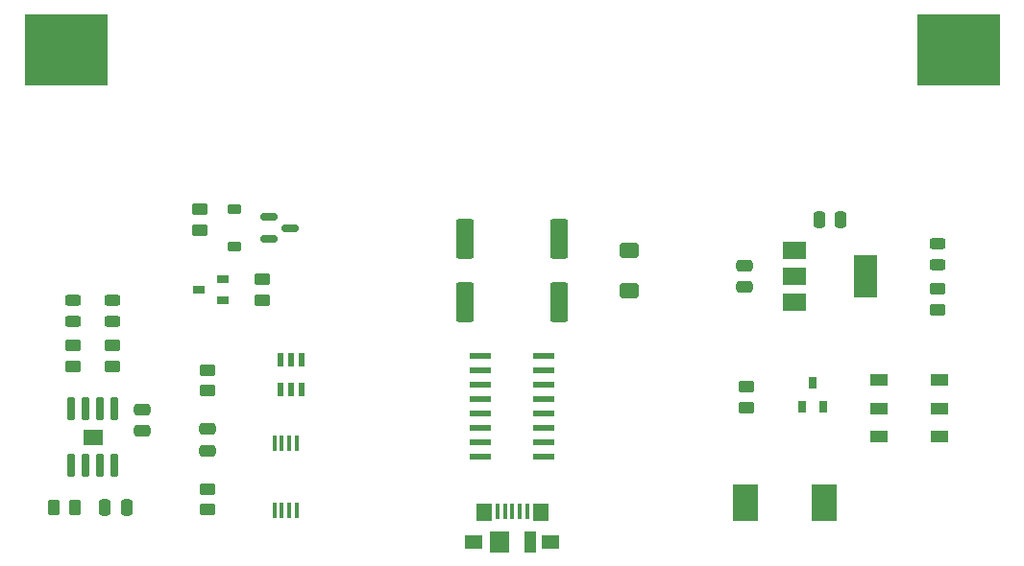
<source format=gbr>
%TF.GenerationSoftware,KiCad,Pcbnew,7.0.7*%
%TF.CreationDate,2024-01-15T16:46:33-03:00*%
%TF.ProjectId,PCB_MAQUEEN_V1,5043425f-4d41-4515-9545-454e5f56312e,rev?*%
%TF.SameCoordinates,Original*%
%TF.FileFunction,Paste,Top*%
%TF.FilePolarity,Positive*%
%FSLAX46Y46*%
G04 Gerber Fmt 4.6, Leading zero omitted, Abs format (unit mm)*
G04 Created by KiCad (PCBNEW 7.0.7) date 2024-01-15 16:46:33*
%MOMM*%
%LPD*%
G01*
G04 APERTURE LIST*
G04 Aperture macros list*
%AMRoundRect*
0 Rectangle with rounded corners*
0 $1 Rounding radius*
0 $2 $3 $4 $5 $6 $7 $8 $9 X,Y pos of 4 corners*
0 Add a 4 corners polygon primitive as box body*
4,1,4,$2,$3,$4,$5,$6,$7,$8,$9,$2,$3,0*
0 Add four circle primitives for the rounded corners*
1,1,$1+$1,$2,$3*
1,1,$1+$1,$4,$5*
1,1,$1+$1,$6,$7*
1,1,$1+$1,$8,$9*
0 Add four rect primitives between the rounded corners*
20,1,$1+$1,$2,$3,$4,$5,0*
20,1,$1+$1,$4,$5,$6,$7,0*
20,1,$1+$1,$6,$7,$8,$9,0*
20,1,$1+$1,$8,$9,$2,$3,0*%
G04 Aperture macros list end*
%ADD10C,0.010000*%
%ADD11RoundRect,0.243750X0.456250X-0.243750X0.456250X0.243750X-0.456250X0.243750X-0.456250X-0.243750X0*%
%ADD12R,0.550000X1.200000*%
%ADD13RoundRect,0.250000X-0.450000X0.262500X-0.450000X-0.262500X0.450000X-0.262500X0.450000X0.262500X0*%
%ADD14RoundRect,0.250000X-0.262500X-0.450000X0.262500X-0.450000X0.262500X0.450000X-0.262500X0.450000X0*%
%ADD15RoundRect,0.250000X-0.475000X0.250000X-0.475000X-0.250000X0.475000X-0.250000X0.475000X0.250000X0*%
%ADD16RoundRect,0.225000X-0.375000X0.225000X-0.375000X-0.225000X0.375000X-0.225000X0.375000X0.225000X0*%
%ADD17RoundRect,0.250000X0.450000X-0.262500X0.450000X0.262500X-0.450000X0.262500X-0.450000X-0.262500X0*%
%ADD18RoundRect,0.250000X-0.600000X0.400000X-0.600000X-0.400000X0.600000X-0.400000X0.600000X0.400000X0*%
%ADD19RoundRect,0.250000X0.475000X-0.250000X0.475000X0.250000X-0.475000X0.250000X-0.475000X-0.250000X0*%
%ADD20RoundRect,0.048800X0.256200X-0.496200X0.256200X0.496200X-0.256200X0.496200X-0.256200X-0.496200X0*%
%ADD21R,0.450000X1.380000*%
%ADD22R,1.650000X1.300000*%
%ADD23R,1.425000X1.550000*%
%ADD24R,1.800000X1.900000*%
%ADD25R,1.000000X1.900000*%
%ADD26RoundRect,0.250000X-0.550000X1.500000X-0.550000X-1.500000X0.550000X-1.500000X0.550000X1.500000X0*%
%ADD27RoundRect,0.041300X-0.908700X-0.253700X0.908700X-0.253700X0.908700X0.253700X-0.908700X0.253700X0*%
%ADD28RoundRect,0.048800X0.496200X0.256200X-0.496200X0.256200X-0.496200X-0.256200X0.496200X-0.256200X0*%
%ADD29RoundRect,0.042000X0.258000X-0.943000X0.258000X0.943000X-0.258000X0.943000X-0.258000X-0.943000X0*%
%ADD30RoundRect,0.150000X-0.587500X-0.150000X0.587500X-0.150000X0.587500X0.150000X-0.587500X0.150000X0*%
%ADD31RoundRect,0.250000X0.250000X0.475000X-0.250000X0.475000X-0.250000X-0.475000X0.250000X-0.475000X0*%
%ADD32R,2.250000X3.180000*%
%ADD33R,2.000000X1.500000*%
%ADD34R,2.000000X3.800000*%
%ADD35R,7.340000X6.350000*%
%ADD36R,1.500000X1.100000*%
%ADD37R,0.450000X1.475000*%
G04 APERTURE END LIST*
%TO.C,U2*%
D10*
X143820000Y-109855000D02*
X142180000Y-109855000D01*
X142180000Y-108565000D01*
X143820000Y-108565000D01*
X143820000Y-109855000D01*
G36*
X143820000Y-109855000D02*
G01*
X142180000Y-109855000D01*
X142180000Y-108565000D01*
X143820000Y-108565000D01*
X143820000Y-109855000D01*
G37*
%TD*%
D11*
%TO.C,D4*%
X217500000Y-94000000D03*
X217500000Y-92125000D03*
%TD*%
D12*
%TO.C,U1*%
X159550000Y-105000000D03*
X160500000Y-105000000D03*
X161450000Y-105000000D03*
X161450000Y-102400000D03*
X160500000Y-102400000D03*
X159550000Y-102400000D03*
%TD*%
D13*
%TO.C,R1*%
X153100000Y-103297500D03*
X153100000Y-105122500D03*
%TD*%
D14*
%TO.C,R3*%
X139587500Y-115460000D03*
X141412500Y-115460000D03*
%TD*%
D15*
%TO.C,C2*%
X147400000Y-106770000D03*
X147400000Y-108670000D03*
%TD*%
D13*
%TO.C,R7*%
X217500000Y-96150000D03*
X217500000Y-97975000D03*
%TD*%
D16*
%TO.C,D6*%
X155500000Y-89135000D03*
X155500000Y-92435000D03*
%TD*%
D17*
%TO.C,R5*%
X144750000Y-102975000D03*
X144750000Y-101150000D03*
%TD*%
D13*
%TO.C,R2*%
X153100000Y-113797500D03*
X153100000Y-115622500D03*
%TD*%
D11*
%TO.C,D2*%
X144750000Y-99000000D03*
X144750000Y-97125000D03*
%TD*%
D18*
%TO.C,D5*%
X190300000Y-92750000D03*
X190300000Y-96250000D03*
%TD*%
D19*
%TO.C,C3*%
X153100000Y-110410000D03*
X153100000Y-108510000D03*
%TD*%
D13*
%TO.C,R8*%
X158000000Y-95287500D03*
X158000000Y-97112500D03*
%TD*%
D20*
%TO.C,Q2*%
X205585000Y-106570000D03*
X207415000Y-106570000D03*
X206500000Y-104430000D03*
%TD*%
D21*
%TO.C,J1*%
X178700000Y-115790000D03*
X179350000Y-115790000D03*
X180000000Y-115790000D03*
X180650000Y-115790000D03*
X181300000Y-115790000D03*
D22*
X176625000Y-118450000D03*
D23*
X177512500Y-115875000D03*
D24*
X178850000Y-118450000D03*
D25*
X181550000Y-118450000D03*
D23*
X182487500Y-115875000D03*
D22*
X183375000Y-118450000D03*
%TD*%
D26*
%TO.C,C7*%
X175850000Y-91700000D03*
X175850000Y-97300000D03*
%TD*%
D27*
%TO.C,U4*%
X177200000Y-102055000D03*
X177200000Y-103325000D03*
X177200000Y-104595000D03*
X177200000Y-105865000D03*
X177200000Y-107135000D03*
X177200000Y-108405000D03*
X177200000Y-109675000D03*
X177200000Y-110945000D03*
X182800000Y-110945000D03*
X182800000Y-109675000D03*
X182800000Y-108405000D03*
X182800000Y-107135000D03*
X182800000Y-105865000D03*
X182800000Y-104595000D03*
X182800000Y-103325000D03*
X182800000Y-102055000D03*
%TD*%
D19*
%TO.C,C4*%
X200500000Y-95950000D03*
X200500000Y-94050000D03*
%TD*%
D28*
%TO.C,Q3*%
X154500000Y-97115000D03*
X154500000Y-95285000D03*
X152360000Y-96200000D03*
%TD*%
D17*
%TO.C,R4*%
X141250000Y-102975000D03*
X141250000Y-101150000D03*
%TD*%
D29*
%TO.C,U2*%
X141095000Y-111685000D03*
X142365000Y-111685000D03*
X143635000Y-111685000D03*
X144905000Y-111685000D03*
X144905000Y-106735000D03*
X143635000Y-106735000D03*
X142365000Y-106735000D03*
X141095000Y-106735000D03*
%TD*%
D17*
%TO.C,R9*%
X152500000Y-90947500D03*
X152500000Y-89122500D03*
%TD*%
D11*
%TO.C,D1*%
X141250000Y-99000000D03*
X141250000Y-97125000D03*
%TD*%
D26*
%TO.C,C6*%
X184150000Y-91700000D03*
X184150000Y-97300000D03*
%TD*%
D30*
%TO.C,Q4*%
X158562500Y-89800000D03*
X158562500Y-91700000D03*
X160437500Y-90750000D03*
%TD*%
D31*
%TO.C,C5*%
X208950000Y-90000000D03*
X207050000Y-90000000D03*
%TD*%
D17*
%TO.C,R6*%
X200650000Y-106612500D03*
X200650000Y-104787500D03*
%TD*%
D32*
%TO.C,D3*%
X200545000Y-115000000D03*
X207455000Y-115000000D03*
%TD*%
D33*
%TO.C,U3*%
X204850000Y-92700000D03*
X204850000Y-95000000D03*
D34*
X211150000Y-95000000D03*
D33*
X204850000Y-97300000D03*
%TD*%
D35*
%TO.C,BT1*%
X140670000Y-75000000D03*
X219330000Y-75000000D03*
%TD*%
D31*
%TO.C,C1*%
X146000000Y-115460000D03*
X144100000Y-115460000D03*
%TD*%
D36*
%TO.C,SW1*%
X217650000Y-104200000D03*
X217650000Y-106700000D03*
X217650000Y-109200000D03*
X212350000Y-104200000D03*
X212350000Y-106700000D03*
X212350000Y-109200000D03*
%TD*%
D37*
%TO.C,Q1*%
X160975000Y-109762000D03*
X160325000Y-109762000D03*
X159675000Y-109762000D03*
X159025000Y-109762000D03*
X159025000Y-115638000D03*
X159675000Y-115638000D03*
X160325000Y-115638000D03*
X160975000Y-115638000D03*
%TD*%
M02*

</source>
